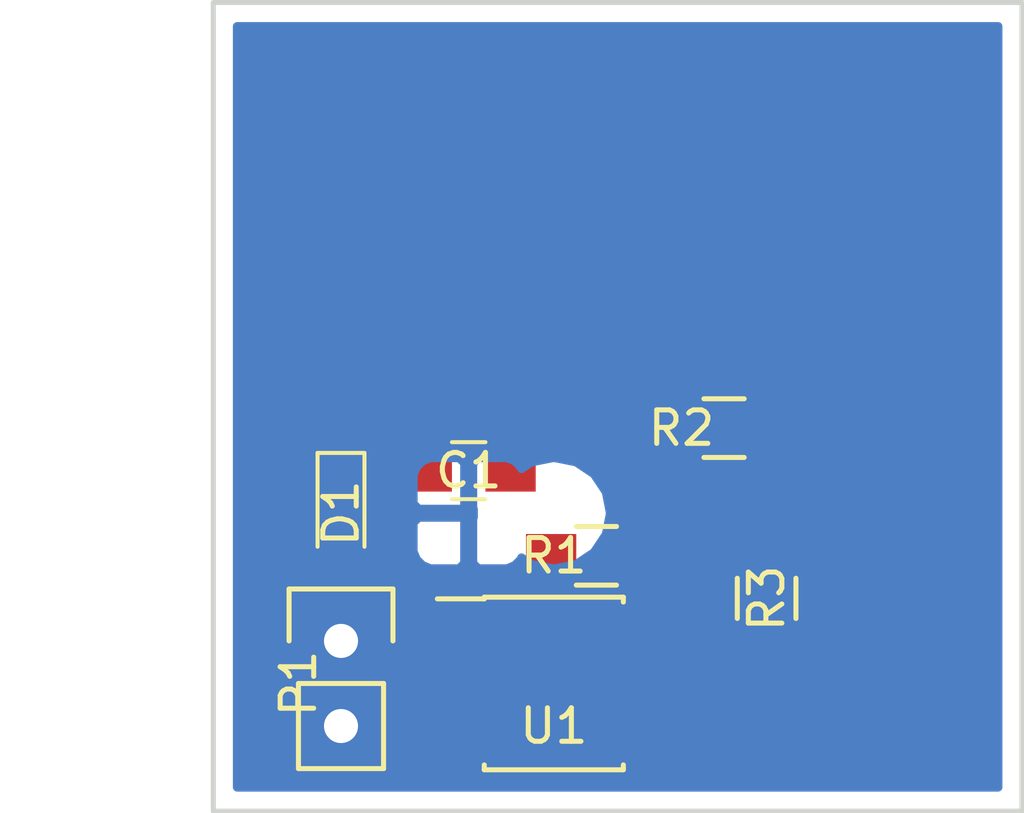
<source format=kicad_pcb>
(kicad_pcb (version 4) (host pcbnew 4.0.5)

  (general
    (links 13)
    (no_connects 13)
    (area 140.894999 88.824999 165.175001 113.105001)
    (thickness 1.6)
    (drawings 6)
    (tracks 0)
    (zones 0)
    (modules 7)
    (nets 8)
  )

  (page A4)
  (title_block
    (title Hello)
    (date 2017-01-31)
    (rev 0.0.1)
    (company UFAL)
  )

  (layers
    (0 F.Cu signal)
    (31 B.Cu signal hide)
    (32 B.Adhes user)
    (33 F.Adhes user)
    (34 B.Paste user)
    (35 F.Paste user)
    (36 B.SilkS user)
    (37 F.SilkS user)
    (38 B.Mask user)
    (39 F.Mask user)
    (40 Dwgs.User user)
    (41 Cmts.User user)
    (42 Eco1.User user)
    (43 Eco2.User user)
    (44 Edge.Cuts user)
    (45 Margin user)
    (46 B.CrtYd user)
    (47 F.CrtYd user)
    (48 B.Fab user)
    (49 F.Fab user)
  )

  (setup
    (last_trace_width 0.25)
    (trace_clearance 0.2)
    (zone_clearance 0.508)
    (zone_45_only no)
    (trace_min 0.2)
    (segment_width 0.2)
    (edge_width 0.15)
    (via_size 0.6)
    (via_drill 0.4)
    (via_min_size 0.4)
    (via_min_drill 0.3)
    (uvia_size 0.3)
    (uvia_drill 0.1)
    (uvias_allowed no)
    (uvia_min_size 0.2)
    (uvia_min_drill 0.1)
    (pcb_text_width 0.3)
    (pcb_text_size 1.5 1.5)
    (mod_edge_width 0.15)
    (mod_text_size 1 1)
    (mod_text_width 0.15)
    (pad_size 1.524 1.524)
    (pad_drill 0.762)
    (pad_to_mask_clearance 0.2)
    (aux_axis_origin 0 0)
    (visible_elements FFFFFF7F)
    (pcbplotparams
      (layerselection 0x00030_80000001)
      (usegerberextensions false)
      (excludeedgelayer true)
      (linewidth 0.100000)
      (plotframeref false)
      (viasonmask false)
      (mode 1)
      (useauxorigin false)
      (hpglpennumber 1)
      (hpglpenspeed 20)
      (hpglpendiameter 15)
      (hpglpenoverlay 2)
      (psnegative false)
      (psa4output false)
      (plotreference true)
      (plotvalue true)
      (plotinvisibletext false)
      (padsonsilk false)
      (subtractmaskfromsilk false)
      (outputformat 1)
      (mirror false)
      (drillshape 1)
      (scaleselection 1)
      (outputdirectory ""))
  )

  (net 0 "")
  (net 1 GND)
  (net 2 /A)
  (net 3 "Net-(D1-Pad2)")
  (net 4 VCC)
  (net 5 "Net-(R1-Pad2)")
  (net 6 "Net-(R2-Pad2)")
  (net 7 "Net-(U1-Pad5)")

  (net_class Default "Esta é a classe de net default."
    (clearance 0.2)
    (trace_width 0.25)
    (via_dia 0.6)
    (via_drill 0.4)
    (uvia_dia 0.3)
    (uvia_drill 0.1)
    (add_net /A)
    (add_net GND)
    (add_net "Net-(D1-Pad2)")
    (add_net "Net-(R1-Pad2)")
    (add_net "Net-(R2-Pad2)")
    (add_net "Net-(U1-Pad5)")
    (add_net VCC)
  )

  (module Capacitors_SMD:C_0805_HandSoldering (layer F.Cu) (tedit 589BD334) (tstamp 5890DA37)
    (at 148.59 102.87)
    (descr "Capacitor SMD 0805, hand soldering")
    (tags "capacitor 0805")
    (path /5890D331)
    (attr smd)
    (fp_text reference C1 (at 0 0) (layer F.SilkS)
      (effects (font (size 1 1) (thickness 0.15)))
    )
    (fp_text value C (at 0 2.1) (layer F.Fab) hide
      (effects (font (size 1 1) (thickness 0.15)))
    )
    (fp_line (start -1 0.625) (end -1 -0.625) (layer F.Fab) (width 0.1))
    (fp_line (start 1 0.625) (end -1 0.625) (layer F.Fab) (width 0.1))
    (fp_line (start 1 -0.625) (end 1 0.625) (layer F.Fab) (width 0.1))
    (fp_line (start -1 -0.625) (end 1 -0.625) (layer F.Fab) (width 0.1))
    (fp_line (start -2.3 -1) (end 2.3 -1) (layer F.CrtYd) (width 0.05))
    (fp_line (start -2.3 1) (end 2.3 1) (layer F.CrtYd) (width 0.05))
    (fp_line (start -2.3 -1) (end -2.3 1) (layer F.CrtYd) (width 0.05))
    (fp_line (start 2.3 -1) (end 2.3 1) (layer F.CrtYd) (width 0.05))
    (fp_line (start 0.5 -0.85) (end -0.5 -0.85) (layer F.SilkS) (width 0.12))
    (fp_line (start -0.5 0.85) (end 0.5 0.85) (layer F.SilkS) (width 0.12))
    (pad 1 smd rect (at -1.25 0) (size 1.5 1.25) (layers F.Cu F.Paste F.Mask)
      (net 1 GND))
    (pad 2 smd rect (at 1.25 0) (size 1.5 1.25) (layers F.Cu F.Paste F.Mask)
      (net 2 /A))
    (model Capacitors_SMD.3dshapes/C_0805_HandSoldering.wrl
      (at (xyz 0 0 0))
      (scale (xyz 1 1 1))
      (rotate (xyz 0 0 0))
    )
  )

  (module LEDs:LED_0805 (layer F.Cu) (tedit 589BD335) (tstamp 5890DA3D)
    (at 144.78 104.14 270)
    (descr "LED 0805 smd package")
    (tags "LED led 0805 SMD smd SMT smt smdled SMDLED smtled SMTLED")
    (path /5890D184)
    (attr smd)
    (fp_text reference D1 (at 0 0 270) (layer F.SilkS)
      (effects (font (size 1 1) (thickness 0.15)))
    )
    (fp_text value LED (at 0 1.55 270) (layer F.Fab) hide
      (effects (font (size 1 1) (thickness 0.15)))
    )
    (fp_line (start -1.8 -0.7) (end -1.8 0.7) (layer F.SilkS) (width 0.12))
    (fp_line (start -0.4 -0.4) (end -0.4 0.4) (layer F.Fab) (width 0.1))
    (fp_line (start -0.4 0) (end 0.2 -0.4) (layer F.Fab) (width 0.1))
    (fp_line (start 0.2 0.4) (end -0.4 0) (layer F.Fab) (width 0.1))
    (fp_line (start 0.2 -0.4) (end 0.2 0.4) (layer F.Fab) (width 0.1))
    (fp_line (start 1 0.6) (end -1 0.6) (layer F.Fab) (width 0.1))
    (fp_line (start 1 -0.6) (end 1 0.6) (layer F.Fab) (width 0.1))
    (fp_line (start -1 -0.6) (end 1 -0.6) (layer F.Fab) (width 0.1))
    (fp_line (start -1 0.6) (end -1 -0.6) (layer F.Fab) (width 0.1))
    (fp_line (start -1.8 0.7) (end 1 0.7) (layer F.SilkS) (width 0.12))
    (fp_line (start -1.8 -0.7) (end 1 -0.7) (layer F.SilkS) (width 0.12))
    (fp_line (start 1.95 -0.85) (end 1.95 0.85) (layer F.CrtYd) (width 0.05))
    (fp_line (start 1.95 0.85) (end -1.95 0.85) (layer F.CrtYd) (width 0.05))
    (fp_line (start -1.95 0.85) (end -1.95 -0.85) (layer F.CrtYd) (width 0.05))
    (fp_line (start -1.95 -0.85) (end 1.95 -0.85) (layer F.CrtYd) (width 0.05))
    (pad 2 smd rect (at 1.1 0 90) (size 1.2 1.2) (layers F.Cu F.Paste F.Mask)
      (net 3 "Net-(D1-Pad2)"))
    (pad 1 smd rect (at -1.1 0 90) (size 1.2 1.2) (layers F.Cu F.Paste F.Mask)
      (net 1 GND))
    (model LEDs.3dshapes/LED_0805.wrl
      (at (xyz 0 0 0))
      (scale (xyz 1 1 1))
      (rotate (xyz 0 0 180))
    )
  )

  (module Socket_Strips:Socket_Strip_Straight_1x02 (layer F.Cu) (tedit 589BD043) (tstamp 5890DA43)
    (at 144.78 107.95 270)
    (descr "Through hole socket strip")
    (tags "socket strip")
    (path /5890D6F8)
    (fp_text reference P1 (at 1.27 1.27 270) (layer F.SilkS)
      (effects (font (size 1 1) (thickness 0.15)))
    )
    (fp_text value CONN_01X02 (at 0 -3.1 270) (layer F.Fab) hide
      (effects (font (size 1 1) (thickness 0.15)))
    )
    (fp_line (start -1.55 1.55) (end 0 1.55) (layer F.SilkS) (width 0.15))
    (fp_line (start 3.81 1.27) (end 1.27 1.27) (layer F.SilkS) (width 0.15))
    (fp_line (start -1.75 -1.75) (end -1.75 1.75) (layer F.CrtYd) (width 0.05))
    (fp_line (start 4.3 -1.75) (end 4.3 1.75) (layer F.CrtYd) (width 0.05))
    (fp_line (start -1.75 -1.75) (end 4.3 -1.75) (layer F.CrtYd) (width 0.05))
    (fp_line (start -1.75 1.75) (end 4.3 1.75) (layer F.CrtYd) (width 0.05))
    (fp_line (start 1.27 1.27) (end 1.27 -1.27) (layer F.SilkS) (width 0.15))
    (fp_line (start 0 -1.55) (end -1.55 -1.55) (layer F.SilkS) (width 0.15))
    (fp_line (start -1.55 -1.55) (end -1.55 1.55) (layer F.SilkS) (width 0.15))
    (fp_line (start 1.27 -1.27) (end 3.81 -1.27) (layer F.SilkS) (width 0.15))
    (fp_line (start 3.81 -1.27) (end 3.81 1.27) (layer F.SilkS) (width 0.15))
    (pad 1 thru_hole rect (at 0 0 270) (size 2.032 2.032) (drill 1.016) (layers *.Cu *.Mask)
      (net 1 GND))
    (pad 2 thru_hole oval (at 2.54 0 270) (size 2.032 2.032) (drill 1.016) (layers *.Cu *.Mask)
      (net 4 VCC))
    (model Socket_Strips.3dshapes/Socket_Strip_Straight_1x02.wrl
      (at (xyz 0.05 0 0))
      (scale (xyz 1 1 1))
      (rotate (xyz 0 0 180))
    )
  )

  (module Resistors_SMD:R_0805_HandSoldering (layer F.Cu) (tedit 589BD330) (tstamp 5890DA49)
    (at 152.4 105.41)
    (descr "Resistor SMD 0805, hand soldering")
    (tags "resistor 0805")
    (path /5890CF45)
    (attr smd)
    (fp_text reference R1 (at -1.27 0) (layer F.SilkS)
      (effects (font (size 1 1) (thickness 0.15)))
    )
    (fp_text value R (at 0 2.1) (layer F.Fab) hide
      (effects (font (size 1 1) (thickness 0.15)))
    )
    (fp_line (start -1 0.625) (end -1 -0.625) (layer F.Fab) (width 0.1))
    (fp_line (start 1 0.625) (end -1 0.625) (layer F.Fab) (width 0.1))
    (fp_line (start 1 -0.625) (end 1 0.625) (layer F.Fab) (width 0.1))
    (fp_line (start -1 -0.625) (end 1 -0.625) (layer F.Fab) (width 0.1))
    (fp_line (start -2.4 -1) (end 2.4 -1) (layer F.CrtYd) (width 0.05))
    (fp_line (start -2.4 1) (end 2.4 1) (layer F.CrtYd) (width 0.05))
    (fp_line (start -2.4 -1) (end -2.4 1) (layer F.CrtYd) (width 0.05))
    (fp_line (start 2.4 -1) (end 2.4 1) (layer F.CrtYd) (width 0.05))
    (fp_line (start 0.6 0.875) (end -0.6 0.875) (layer F.SilkS) (width 0.15))
    (fp_line (start -0.6 -0.875) (end 0.6 -0.875) (layer F.SilkS) (width 0.15))
    (pad 1 smd rect (at -1.35 0) (size 1.5 1.3) (layers F.Cu F.Paste F.Mask)
      (net 3 "Net-(D1-Pad2)"))
    (pad 2 smd rect (at 1.35 0) (size 1.5 1.3) (layers F.Cu F.Paste F.Mask)
      (net 5 "Net-(R1-Pad2)"))
    (model Resistors_SMD.3dshapes/R_0805_HandSoldering.wrl
      (at (xyz 0 0 0))
      (scale (xyz 1 1 1))
      (rotate (xyz 0 0 0))
    )
  )

  (module Resistors_SMD:R_0805_HandSoldering (layer F.Cu) (tedit 589BD332) (tstamp 5890DA4F)
    (at 156.21 101.6)
    (descr "Resistor SMD 0805, hand soldering")
    (tags "resistor 0805")
    (path /5890CF24)
    (attr smd)
    (fp_text reference R2 (at -1.27 0) (layer F.SilkS)
      (effects (font (size 1 1) (thickness 0.15)))
    )
    (fp_text value 470K (at 0 2.1) (layer F.Fab) hide
      (effects (font (size 1 1) (thickness 0.15)))
    )
    (fp_line (start -1 0.625) (end -1 -0.625) (layer F.Fab) (width 0.1))
    (fp_line (start 1 0.625) (end -1 0.625) (layer F.Fab) (width 0.1))
    (fp_line (start 1 -0.625) (end 1 0.625) (layer F.Fab) (width 0.1))
    (fp_line (start -1 -0.625) (end 1 -0.625) (layer F.Fab) (width 0.1))
    (fp_line (start -2.4 -1) (end 2.4 -1) (layer F.CrtYd) (width 0.05))
    (fp_line (start -2.4 1) (end 2.4 1) (layer F.CrtYd) (width 0.05))
    (fp_line (start -2.4 -1) (end -2.4 1) (layer F.CrtYd) (width 0.05))
    (fp_line (start 2.4 -1) (end 2.4 1) (layer F.CrtYd) (width 0.05))
    (fp_line (start 0.6 0.875) (end -0.6 0.875) (layer F.SilkS) (width 0.15))
    (fp_line (start -0.6 -0.875) (end 0.6 -0.875) (layer F.SilkS) (width 0.15))
    (pad 1 smd rect (at -1.35 0) (size 1.5 1.3) (layers F.Cu F.Paste F.Mask)
      (net 2 /A))
    (pad 2 smd rect (at 1.35 0) (size 1.5 1.3) (layers F.Cu F.Paste F.Mask)
      (net 6 "Net-(R2-Pad2)"))
    (model Resistors_SMD.3dshapes/R_0805_HandSoldering.wrl
      (at (xyz 0 0 0))
      (scale (xyz 1 1 1))
      (rotate (xyz 0 0 0))
    )
  )

  (module Resistors_SMD:R_0805_HandSoldering (layer F.Cu) (tedit 589BD078) (tstamp 5890DA55)
    (at 157.48 106.68 270)
    (descr "Resistor SMD 0805, hand soldering")
    (tags "resistor 0805")
    (path /5890CE8B)
    (attr smd)
    (fp_text reference R3 (at 0 0 270) (layer F.SilkS)
      (effects (font (size 1 1) (thickness 0.15)))
    )
    (fp_text value 1K (at 0 2.1 270) (layer F.Fab) hide
      (effects (font (size 1 1) (thickness 0.15)))
    )
    (fp_line (start -1 0.625) (end -1 -0.625) (layer F.Fab) (width 0.1))
    (fp_line (start 1 0.625) (end -1 0.625) (layer F.Fab) (width 0.1))
    (fp_line (start 1 -0.625) (end 1 0.625) (layer F.Fab) (width 0.1))
    (fp_line (start -1 -0.625) (end 1 -0.625) (layer F.Fab) (width 0.1))
    (fp_line (start -2.4 -1) (end 2.4 -1) (layer F.CrtYd) (width 0.05))
    (fp_line (start -2.4 1) (end 2.4 1) (layer F.CrtYd) (width 0.05))
    (fp_line (start -2.4 -1) (end -2.4 1) (layer F.CrtYd) (width 0.05))
    (fp_line (start 2.4 -1) (end 2.4 1) (layer F.CrtYd) (width 0.05))
    (fp_line (start 0.6 0.875) (end -0.6 0.875) (layer F.SilkS) (width 0.15))
    (fp_line (start -0.6 -0.875) (end 0.6 -0.875) (layer F.SilkS) (width 0.15))
    (pad 1 smd rect (at -1.35 0 270) (size 1.5 1.3) (layers F.Cu F.Paste F.Mask)
      (net 6 "Net-(R2-Pad2)"))
    (pad 2 smd rect (at 1.35 0 270) (size 1.5 1.3) (layers F.Cu F.Paste F.Mask)
      (net 4 VCC))
    (model Resistors_SMD.3dshapes/R_0805_HandSoldering.wrl
      (at (xyz 0 0 0))
      (scale (xyz 1 1 1))
      (rotate (xyz 0 0 0))
    )
  )

  (module Housings_SOIC:SOIC-8-1EP_3.9x4.9mm_Pitch1.27mm (layer F.Cu) (tedit 589BD03C) (tstamp 5890DA61)
    (at 151.13 109.22)
    (descr "8-Lead Thermally Enhanced Plastic Small Outline (SE) - Narrow, 3.90 mm Body [SOIC] (see Microchip Packaging Specification 00000049BS.pdf)")
    (tags "SOIC 1.27")
    (path /5890D55D)
    (attr smd)
    (fp_text reference U1 (at 0 1.27) (layer F.SilkS)
      (effects (font (size 1 1) (thickness 0.15)))
    )
    (fp_text value LM555N (at 0 3.5) (layer F.Fab) hide
      (effects (font (size 1 1) (thickness 0.15)))
    )
    (fp_line (start -0.95 -2.45) (end 1.95 -2.45) (layer F.Fab) (width 0.15))
    (fp_line (start 1.95 -2.45) (end 1.95 2.45) (layer F.Fab) (width 0.15))
    (fp_line (start 1.95 2.45) (end -1.95 2.45) (layer F.Fab) (width 0.15))
    (fp_line (start -1.95 2.45) (end -1.95 -1.45) (layer F.Fab) (width 0.15))
    (fp_line (start -1.95 -1.45) (end -0.95 -2.45) (layer F.Fab) (width 0.15))
    (fp_line (start -3.75 -2.75) (end -3.75 2.75) (layer F.CrtYd) (width 0.05))
    (fp_line (start 3.75 -2.75) (end 3.75 2.75) (layer F.CrtYd) (width 0.05))
    (fp_line (start -3.75 -2.75) (end 3.75 -2.75) (layer F.CrtYd) (width 0.05))
    (fp_line (start -3.75 2.75) (end 3.75 2.75) (layer F.CrtYd) (width 0.05))
    (fp_line (start -2.075 -2.575) (end -2.075 -2.525) (layer F.SilkS) (width 0.15))
    (fp_line (start 2.075 -2.575) (end 2.075 -2.43) (layer F.SilkS) (width 0.15))
    (fp_line (start 2.075 2.575) (end 2.075 2.43) (layer F.SilkS) (width 0.15))
    (fp_line (start -2.075 2.575) (end -2.075 2.43) (layer F.SilkS) (width 0.15))
    (fp_line (start -2.075 -2.575) (end 2.075 -2.575) (layer F.SilkS) (width 0.15))
    (fp_line (start -2.075 2.575) (end 2.075 2.575) (layer F.SilkS) (width 0.15))
    (fp_line (start -2.075 -2.525) (end -3.475 -2.525) (layer F.SilkS) (width 0.15))
    (pad 1 smd rect (at -2.7 -1.905) (size 1.55 0.6) (layers F.Cu F.Paste F.Mask)
      (net 1 GND))
    (pad 2 smd rect (at -2.7 -0.635) (size 1.55 0.6) (layers F.Cu F.Paste F.Mask)
      (net 2 /A))
    (pad 3 smd rect (at -2.7 0.635) (size 1.55 0.6) (layers F.Cu F.Paste F.Mask)
      (net 5 "Net-(R1-Pad2)"))
    (pad 4 smd rect (at -2.7 1.905) (size 1.55 0.6) (layers F.Cu F.Paste F.Mask)
      (net 4 VCC))
    (pad 5 smd rect (at 2.7 1.905) (size 1.55 0.6) (layers F.Cu F.Paste F.Mask)
      (net 7 "Net-(U1-Pad5)"))
    (pad 6 smd rect (at 2.7 0.635) (size 1.55 0.6) (layers F.Cu F.Paste F.Mask)
      (net 2 /A))
    (pad 7 smd rect (at 2.7 -0.635) (size 1.55 0.6) (layers F.Cu F.Paste F.Mask)
      (net 6 "Net-(R2-Pad2)"))
    (pad 8 smd rect (at 2.7 -1.905) (size 1.55 0.6) (layers F.Cu F.Paste F.Mask)
      (net 4 VCC))
    (pad 9 smd rect (at 0.5875 0.5875) (size 1.175 1.175) (layers F.Cu F.Paste F.Mask)
      (solder_paste_margin_ratio -0.2))
    (pad 9 smd rect (at 0.5875 -0.5875) (size 1.175 1.175) (layers F.Cu F.Paste F.Mask)
      (solder_paste_margin_ratio -0.2))
    (pad 9 smd rect (at -0.5875 0.5875) (size 1.175 1.175) (layers F.Cu F.Paste F.Mask)
      (solder_paste_margin_ratio -0.2))
    (pad 9 smd rect (at -0.5875 -0.5875) (size 1.175 1.175) (layers F.Cu F.Paste F.Mask)
      (solder_paste_margin_ratio -0.2))
    (model Housings_SOIC.3dshapes/SOIC-8-1EP_3.9x4.9mm_Pitch1.27mm.wrl
      (at (xyz 0 0 0))
      (scale (xyz 1 1 1))
      (rotate (xyz 0 0 0))
    )
  )

  (dimension 15.24 (width 0.3) (layer F.Fab)
    (gr_text 15,240mm (at 149.86 99.14) (layer F.Fab)
      (effects (font (size 1.5 1.5) (thickness 0.3)))
    )
    (feature1 (pts (xy 157.48 97.79) (xy 157.48 100.49)))
    (feature2 (pts (xy 142.24 97.79) (xy 142.24 100.49)))
    (crossbar (pts (xy 142.24 97.79) (xy 157.48 97.79)))
    (arrow1a (pts (xy 157.48 97.79) (xy 156.353496 98.376421)))
    (arrow1b (pts (xy 157.48 97.79) (xy 156.353496 97.203579)))
    (arrow2a (pts (xy 142.24 97.79) (xy 143.366504 98.376421)))
    (arrow2b (pts (xy 142.24 97.79) (xy 143.366504 97.203579)))
  )
  (dimension 10.16 (width 0.3) (layer F.Fab)
    (gr_text 10,160mm (at 143.59 106.68 90) (layer F.Fab)
      (effects (font (size 1.5 1.5) (thickness 0.3)))
    )
    (feature1 (pts (xy 142.24 101.6) (xy 144.94 101.6)))
    (feature2 (pts (xy 142.24 111.76) (xy 144.94 111.76)))
    (crossbar (pts (xy 142.24 111.76) (xy 142.24 101.6)))
    (arrow1a (pts (xy 142.24 101.6) (xy 142.826421 102.726504)))
    (arrow1b (pts (xy 142.24 101.6) (xy 141.653579 102.726504)))
    (arrow2a (pts (xy 142.24 111.76) (xy 142.826421 110.633496)))
    (arrow2b (pts (xy 142.24 111.76) (xy 141.653579 110.633496)))
  )
  (gr_line (start 165.1 88.9) (end 140.97 88.9) (layer Edge.Cuts) (width 0.15))
  (gr_line (start 165.1 113.03) (end 165.1 88.9) (layer Edge.Cuts) (width 0.15))
  (gr_line (start 140.97 113.03) (end 165.1 113.03) (layer Edge.Cuts) (width 0.15))
  (gr_line (start 140.97 88.9) (end 140.97 113.03) (layer Edge.Cuts) (width 0.15))

  (zone (net 1) (net_name GND) (layer B.Cu) (tstamp 0) (hatch edge 0.508)
    (connect_pads (clearance 0.508))
    (min_thickness 0.254)
    (fill yes (arc_segments 16) (thermal_gap 0.508) (thermal_bridge_width 0.508))
    (polygon
      (pts
        (xy 165.1 88.9) (xy 165.1 113.03) (xy 140.97 113.03) (xy 140.97 88.9)
      )
    )
    (filled_polygon
      (pts
        (xy 164.39 112.32) (xy 141.68 112.32) (xy 141.68 104.42575) (xy 146.939 104.42575) (xy 146.939 105.28231)
        (xy 147.035673 105.515699) (xy 147.214302 105.694327) (xy 147.447691 105.791) (xy 148.30425 105.791) (xy 148.463 105.63225)
        (xy 148.463 104.267) (xy 147.09775 104.267) (xy 146.939 104.42575) (xy 141.68 104.42575) (xy 141.68 102.99769)
        (xy 146.939 102.99769) (xy 146.939 103.85425) (xy 147.09775 104.013) (xy 148.463 104.013) (xy 148.463 102.64775)
        (xy 148.717 102.64775) (xy 148.717 104.013) (xy 148.737 104.013) (xy 148.737 104.267) (xy 148.717 104.267)
        (xy 148.717 105.63225) (xy 148.87575 105.791) (xy 149.732309 105.791) (xy 149.965698 105.694327) (xy 150.144327 105.515699)
        (xy 150.165481 105.464628) (xy 150.465845 105.665325) (xy 151.097655 105.791) (xy 151.162345 105.791) (xy 151.794155 105.665325)
        (xy 152.329778 105.307433) (xy 152.68767 104.77181) (xy 152.813345 104.14) (xy 152.68767 103.50819) (xy 152.329778 102.972567)
        (xy 151.794155 102.614675) (xy 151.162345 102.489) (xy 151.097655 102.489) (xy 150.465845 102.614675) (xy 150.165481 102.815372)
        (xy 150.144327 102.764301) (xy 149.965698 102.585673) (xy 149.732309 102.489) (xy 148.87575 102.489) (xy 148.717 102.64775)
        (xy 148.463 102.64775) (xy 148.30425 102.489) (xy 147.447691 102.489) (xy 147.214302 102.585673) (xy 147.035673 102.764301)
        (xy 146.939 102.99769) (xy 141.68 102.99769) (xy 141.68 89.61) (xy 164.39 89.61)
      )
    )
  )
)

</source>
